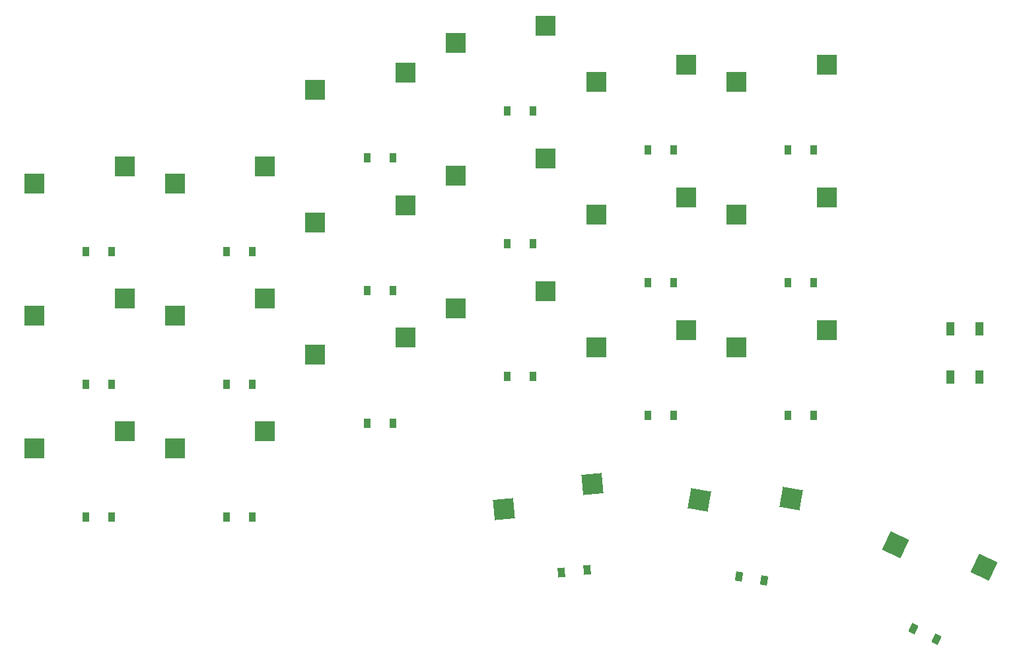
<source format=gbr>
%TF.GenerationSoftware,KiCad,Pcbnew,8.0.7*%
%TF.CreationDate,2024-12-30T14:18:56+04:00*%
%TF.ProjectId,ergoblock,6572676f-626c-46f6-936b-2e6b69636164,v1.0.0*%
%TF.SameCoordinates,Original*%
%TF.FileFunction,Paste,Top*%
%TF.FilePolarity,Positive*%
%FSLAX46Y46*%
G04 Gerber Fmt 4.6, Leading zero omitted, Abs format (unit mm)*
G04 Created by KiCad (PCBNEW 8.0.7) date 2024-12-30 14:18:56*
%MOMM*%
%LPD*%
G01*
G04 APERTURE LIST*
G04 Aperture macros list*
%AMRotRect*
0 Rectangle, with rotation*
0 The origin of the aperture is its center*
0 $1 length*
0 $2 width*
0 $3 Rotation angle, in degrees counterclockwise*
0 Add horizontal line*
21,1,$1,$2,0,0,$3*%
G04 Aperture macros list end*
%ADD10R,1.100000X1.800000*%
%ADD11R,2.600000X2.600000*%
%ADD12R,0.900000X1.200000*%
%ADD13RotRect,2.600000X2.600000X350.000000*%
%ADD14RotRect,2.600000X2.600000X5.000000*%
%ADD15RotRect,0.900000X1.200000X335.000000*%
%ADD16RotRect,0.900000X1.200000X5.000000*%
%ADD17RotRect,0.900000X1.200000X350.000000*%
%ADD18RotRect,2.600000X2.600000X335.000000*%
G04 APERTURE END LIST*
D10*
%TO.C,B1*%
X262850000Y-130900000D03*
X262850000Y-137100000D03*
X259150000Y-130900000D03*
X259150000Y-137100000D03*
%TD*%
D11*
%TO.C,S6*%
X171275000Y-110050000D03*
X159725000Y-112250000D03*
%TD*%
%TO.C,S1*%
X153275000Y-144050000D03*
X141725000Y-146250000D03*
%TD*%
D12*
%TO.C,D3*%
X148350000Y-121000000D03*
X151650000Y-121000000D03*
%TD*%
%TO.C,D6*%
X166350000Y-121000000D03*
X169650000Y-121000000D03*
%TD*%
%TO.C,D14*%
X220350000Y-125000000D03*
X223650000Y-125000000D03*
%TD*%
D11*
%TO.C,S10*%
X207275000Y-126050000D03*
X195725000Y-128250000D03*
%TD*%
D12*
%TO.C,D10*%
X202350000Y-137000000D03*
X205650000Y-137000000D03*
%TD*%
%TO.C,D8*%
X184350000Y-126000000D03*
X187650000Y-126000000D03*
%TD*%
D13*
%TO.C,S20*%
X238758452Y-152709092D03*
X227001897Y-152870032D03*
%TD*%
D12*
%TO.C,D17*%
X238350000Y-125000000D03*
X241650000Y-125000000D03*
%TD*%
D11*
%TO.C,S14*%
X225275000Y-114050000D03*
X213725000Y-116250000D03*
%TD*%
%TO.C,S2*%
X153275000Y-127050000D03*
X141725000Y-129250000D03*
%TD*%
%TO.C,S3*%
X153275000Y-110050000D03*
X141725000Y-112250000D03*
%TD*%
D12*
%TO.C,D12*%
X202350000Y-103000000D03*
X205650000Y-103000000D03*
%TD*%
%TO.C,D13*%
X220350000Y-142000000D03*
X223650000Y-142000000D03*
%TD*%
%TO.C,D11*%
X202350000Y-120000000D03*
X205650000Y-120000000D03*
%TD*%
D11*
%TO.C,S13*%
X225275000Y-131050000D03*
X213725000Y-133250000D03*
%TD*%
D12*
%TO.C,D1*%
X148350000Y-155000000D03*
X151650000Y-155000000D03*
%TD*%
D11*
%TO.C,S18*%
X243275000Y-97050000D03*
X231725000Y-99250000D03*
%TD*%
%TO.C,S4*%
X171275000Y-144050000D03*
X159725000Y-146250000D03*
%TD*%
D12*
%TO.C,D5*%
X166350000Y-138000000D03*
X169650000Y-138000000D03*
%TD*%
D11*
%TO.C,S9*%
X189275000Y-98050000D03*
X177725000Y-100250000D03*
%TD*%
%TO.C,S7*%
X189275000Y-132050000D03*
X177725000Y-134250000D03*
%TD*%
%TO.C,S8*%
X189275000Y-115050000D03*
X177725000Y-117250000D03*
%TD*%
D14*
%TO.C,S19*%
X213243961Y-150787206D03*
X201929655Y-153985484D03*
%TD*%
D12*
%TO.C,D15*%
X220350000Y-108000000D03*
X223650000Y-108000000D03*
%TD*%
%TO.C,D18*%
X238350000Y-108000000D03*
X241650000Y-108000000D03*
%TD*%
D15*
%TO.C,D21*%
X254391501Y-169334219D03*
X257382317Y-170728859D03*
%TD*%
D12*
%TO.C,D7*%
X184350000Y-143000000D03*
X187650000Y-143000000D03*
%TD*%
%TO.C,D2*%
X148350000Y-138000000D03*
X151650000Y-138000000D03*
%TD*%
D11*
%TO.C,S15*%
X225275000Y-97050000D03*
X213725000Y-99250000D03*
%TD*%
%TO.C,S16*%
X243275000Y-131050000D03*
X231725000Y-133250000D03*
%TD*%
D12*
%TO.C,D9*%
X184350000Y-109000000D03*
X187650000Y-109000000D03*
%TD*%
D16*
%TO.C,D19*%
X209292058Y-162124781D03*
X212579500Y-161837167D03*
%TD*%
D17*
%TO.C,D20*%
X232006826Y-162637520D03*
X235256692Y-163210558D03*
%TD*%
D11*
%TO.C,S12*%
X207275000Y-92050000D03*
X195725000Y-94250000D03*
%TD*%
%TO.C,S5*%
X171275000Y-127050000D03*
X159725000Y-129250000D03*
%TD*%
%TO.C,S11*%
X207275000Y-109050000D03*
X195725000Y-111250000D03*
%TD*%
D12*
%TO.C,D4*%
X166350000Y-155000000D03*
X169650000Y-155000000D03*
%TD*%
D18*
%TO.C,S21*%
X263482737Y-161491543D03*
X252085122Y-158604180D03*
%TD*%
D11*
%TO.C,S17*%
X243275000Y-114050000D03*
X231725000Y-116250000D03*
%TD*%
D12*
%TO.C,D16*%
X238350000Y-142000000D03*
X241650000Y-142000000D03*
%TD*%
M02*

</source>
